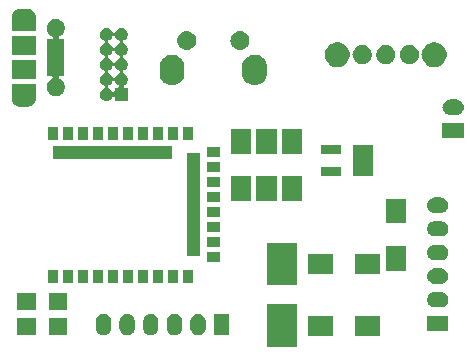
<source format=gbr>
G04 #@! TF.GenerationSoftware,KiCad,Pcbnew,5.0.2-bee76a0~70~ubuntu18.04.1*
G04 #@! TF.CreationDate,2019-04-29T21:23:14-04:00*
G04 #@! TF.ProjectId,E73 SCR,45373320-5343-4522-9e6b-696361645f70,rev?*
G04 #@! TF.SameCoordinates,Original*
G04 #@! TF.FileFunction,Soldermask,Top*
G04 #@! TF.FilePolarity,Negative*
%FSLAX46Y46*%
G04 Gerber Fmt 4.6, Leading zero omitted, Abs format (unit mm)*
G04 Created by KiCad (PCBNEW 5.0.2-bee76a0~70~ubuntu18.04.1) date Mon 29 Apr 2019 09:23:14 PM EDT*
%MOMM*%
%LPD*%
G01*
G04 APERTURE LIST*
%ADD10C,0.100000*%
G04 APERTURE END LIST*
D10*
G36*
X136551000Y-88901000D02*
X134049000Y-88901000D01*
X134049000Y-85299000D01*
X136551000Y-85299000D01*
X136551000Y-88901000D01*
X136551000Y-88901000D01*
G37*
G36*
X143601000Y-87951000D02*
X141499000Y-87951000D01*
X141499000Y-86249000D01*
X143601000Y-86249000D01*
X143601000Y-87951000D01*
X143601000Y-87951000D01*
G37*
G36*
X139601000Y-87951000D02*
X137499000Y-87951000D01*
X137499000Y-86249000D01*
X139601000Y-86249000D01*
X139601000Y-87951000D01*
X139601000Y-87951000D01*
G37*
G36*
X126327618Y-86108420D02*
X126409427Y-86133237D01*
X126450333Y-86145645D01*
X126550491Y-86199181D01*
X126563426Y-86206095D01*
X126662553Y-86287447D01*
X126743905Y-86386574D01*
X126743906Y-86386576D01*
X126804355Y-86499667D01*
X126804355Y-86499668D01*
X126841580Y-86622382D01*
X126851000Y-86718027D01*
X126851000Y-87281973D01*
X126841580Y-87377618D01*
X126816763Y-87459427D01*
X126804355Y-87500333D01*
X126750819Y-87600491D01*
X126743905Y-87613426D01*
X126662553Y-87712553D01*
X126563425Y-87793905D01*
X126510782Y-87822043D01*
X126450332Y-87854355D01*
X126409426Y-87866763D01*
X126327617Y-87891580D01*
X126200000Y-87904149D01*
X126072382Y-87891580D01*
X125990573Y-87866763D01*
X125949667Y-87854355D01*
X125836576Y-87793906D01*
X125836574Y-87793905D01*
X125737447Y-87712553D01*
X125656095Y-87613425D01*
X125595646Y-87500333D01*
X125595645Y-87500332D01*
X125583237Y-87459426D01*
X125558420Y-87377617D01*
X125549000Y-87281972D01*
X125549000Y-86718027D01*
X125558420Y-86622382D01*
X125595645Y-86499668D01*
X125595645Y-86499667D01*
X125656094Y-86386576D01*
X125656095Y-86386574D01*
X125737448Y-86287447D01*
X125836575Y-86206095D01*
X125849510Y-86199181D01*
X125949668Y-86145645D01*
X125990574Y-86133237D01*
X126072383Y-86108420D01*
X126200000Y-86095851D01*
X126327618Y-86108420D01*
X126327618Y-86108420D01*
G37*
G36*
X122327618Y-86108420D02*
X122409427Y-86133237D01*
X122450333Y-86145645D01*
X122550491Y-86199181D01*
X122563426Y-86206095D01*
X122662553Y-86287447D01*
X122743905Y-86386574D01*
X122743906Y-86386576D01*
X122804355Y-86499667D01*
X122804355Y-86499668D01*
X122841580Y-86622382D01*
X122851000Y-86718027D01*
X122851000Y-87281973D01*
X122841580Y-87377618D01*
X122816763Y-87459427D01*
X122804355Y-87500333D01*
X122750819Y-87600491D01*
X122743905Y-87613426D01*
X122662553Y-87712553D01*
X122563425Y-87793905D01*
X122510782Y-87822043D01*
X122450332Y-87854355D01*
X122409426Y-87866763D01*
X122327617Y-87891580D01*
X122200000Y-87904149D01*
X122072382Y-87891580D01*
X121990573Y-87866763D01*
X121949667Y-87854355D01*
X121836576Y-87793906D01*
X121836574Y-87793905D01*
X121737447Y-87712553D01*
X121656095Y-87613425D01*
X121595646Y-87500333D01*
X121595645Y-87500332D01*
X121583237Y-87459426D01*
X121558420Y-87377617D01*
X121549000Y-87281972D01*
X121549000Y-86718027D01*
X121558420Y-86622382D01*
X121595645Y-86499668D01*
X121595645Y-86499667D01*
X121656094Y-86386576D01*
X121656095Y-86386574D01*
X121737448Y-86287447D01*
X121836575Y-86206095D01*
X121849510Y-86199181D01*
X121949668Y-86145645D01*
X121990574Y-86133237D01*
X122072383Y-86108420D01*
X122200000Y-86095851D01*
X122327618Y-86108420D01*
X122327618Y-86108420D01*
G37*
G36*
X120327618Y-86108420D02*
X120409427Y-86133237D01*
X120450333Y-86145645D01*
X120550491Y-86199181D01*
X120563426Y-86206095D01*
X120662553Y-86287447D01*
X120743905Y-86386574D01*
X120743906Y-86386576D01*
X120804355Y-86499667D01*
X120804355Y-86499668D01*
X120841580Y-86622382D01*
X120851000Y-86718027D01*
X120851000Y-87281973D01*
X120841580Y-87377618D01*
X120816763Y-87459427D01*
X120804355Y-87500333D01*
X120750819Y-87600491D01*
X120743905Y-87613426D01*
X120662553Y-87712553D01*
X120563425Y-87793905D01*
X120510782Y-87822043D01*
X120450332Y-87854355D01*
X120409426Y-87866763D01*
X120327617Y-87891580D01*
X120200000Y-87904149D01*
X120072382Y-87891580D01*
X119990573Y-87866763D01*
X119949667Y-87854355D01*
X119836576Y-87793906D01*
X119836574Y-87793905D01*
X119737447Y-87712553D01*
X119656095Y-87613425D01*
X119595646Y-87500333D01*
X119595645Y-87500332D01*
X119583237Y-87459426D01*
X119558420Y-87377617D01*
X119549000Y-87281972D01*
X119549000Y-86718027D01*
X119558420Y-86622382D01*
X119595645Y-86499668D01*
X119595645Y-86499667D01*
X119656094Y-86386576D01*
X119656095Y-86386574D01*
X119737448Y-86287447D01*
X119836575Y-86206095D01*
X119849510Y-86199181D01*
X119949668Y-86145645D01*
X119990574Y-86133237D01*
X120072383Y-86108420D01*
X120200000Y-86095851D01*
X120327618Y-86108420D01*
X120327618Y-86108420D01*
G37*
G36*
X124327618Y-86108420D02*
X124409427Y-86133237D01*
X124450333Y-86145645D01*
X124550491Y-86199181D01*
X124563426Y-86206095D01*
X124662553Y-86287447D01*
X124743905Y-86386574D01*
X124743906Y-86386576D01*
X124804355Y-86499667D01*
X124804355Y-86499668D01*
X124841580Y-86622382D01*
X124851000Y-86718027D01*
X124851000Y-87281973D01*
X124841580Y-87377618D01*
X124816763Y-87459427D01*
X124804355Y-87500333D01*
X124750819Y-87600491D01*
X124743905Y-87613426D01*
X124662553Y-87712553D01*
X124563425Y-87793905D01*
X124510782Y-87822043D01*
X124450332Y-87854355D01*
X124409426Y-87866763D01*
X124327617Y-87891580D01*
X124200000Y-87904149D01*
X124072382Y-87891580D01*
X123990573Y-87866763D01*
X123949667Y-87854355D01*
X123836576Y-87793906D01*
X123836574Y-87793905D01*
X123737447Y-87712553D01*
X123656095Y-87613425D01*
X123595646Y-87500333D01*
X123595645Y-87500332D01*
X123583237Y-87459426D01*
X123558420Y-87377617D01*
X123549000Y-87281972D01*
X123549000Y-86718027D01*
X123558420Y-86622382D01*
X123595645Y-86499668D01*
X123595645Y-86499667D01*
X123656094Y-86386576D01*
X123656095Y-86386574D01*
X123737448Y-86287447D01*
X123836575Y-86206095D01*
X123849510Y-86199181D01*
X123949668Y-86145645D01*
X123990574Y-86133237D01*
X124072383Y-86108420D01*
X124200000Y-86095851D01*
X124327618Y-86108420D01*
X124327618Y-86108420D01*
G37*
G36*
X128327618Y-86108420D02*
X128409427Y-86133237D01*
X128450333Y-86145645D01*
X128550491Y-86199181D01*
X128563426Y-86206095D01*
X128662553Y-86287447D01*
X128743905Y-86386574D01*
X128743906Y-86386576D01*
X128804355Y-86499667D01*
X128804355Y-86499668D01*
X128841580Y-86622382D01*
X128851000Y-86718027D01*
X128851000Y-87281973D01*
X128841580Y-87377618D01*
X128816763Y-87459427D01*
X128804355Y-87500333D01*
X128750819Y-87600491D01*
X128743905Y-87613426D01*
X128662553Y-87712553D01*
X128563425Y-87793905D01*
X128510782Y-87822043D01*
X128450332Y-87854355D01*
X128409426Y-87866763D01*
X128327617Y-87891580D01*
X128200000Y-87904149D01*
X128072382Y-87891580D01*
X127990573Y-87866763D01*
X127949667Y-87854355D01*
X127836576Y-87793906D01*
X127836574Y-87793905D01*
X127737447Y-87712553D01*
X127656095Y-87613425D01*
X127595646Y-87500333D01*
X127595645Y-87500332D01*
X127583237Y-87459426D01*
X127558420Y-87377617D01*
X127549000Y-87281972D01*
X127549000Y-86718027D01*
X127558420Y-86622382D01*
X127595645Y-86499668D01*
X127595645Y-86499667D01*
X127656094Y-86386576D01*
X127656095Y-86386574D01*
X127737448Y-86287447D01*
X127836575Y-86206095D01*
X127849510Y-86199181D01*
X127949668Y-86145645D01*
X127990574Y-86133237D01*
X128072383Y-86108420D01*
X128200000Y-86095851D01*
X128327618Y-86108420D01*
X128327618Y-86108420D01*
G37*
G36*
X130851000Y-87901000D02*
X129549000Y-87901000D01*
X129549000Y-86099000D01*
X130851000Y-86099000D01*
X130851000Y-87901000D01*
X130851000Y-87901000D01*
G37*
G36*
X117151000Y-87851000D02*
X115549000Y-87851000D01*
X115549000Y-86449000D01*
X117151000Y-86449000D01*
X117151000Y-87851000D01*
X117151000Y-87851000D01*
G37*
G36*
X114451000Y-87851000D02*
X112849000Y-87851000D01*
X112849000Y-86449000D01*
X114451000Y-86449000D01*
X114451000Y-87851000D01*
X114451000Y-87851000D01*
G37*
G36*
X149401000Y-87551000D02*
X147599000Y-87551000D01*
X147599000Y-86249000D01*
X149401000Y-86249000D01*
X149401000Y-87551000D01*
X149401000Y-87551000D01*
G37*
G36*
X114451000Y-85751000D02*
X112849000Y-85751000D01*
X112849000Y-84349000D01*
X114451000Y-84349000D01*
X114451000Y-85751000D01*
X114451000Y-85751000D01*
G37*
G36*
X117151000Y-85751000D02*
X115549000Y-85751000D01*
X115549000Y-84349000D01*
X117151000Y-84349000D01*
X117151000Y-85751000D01*
X117151000Y-85751000D01*
G37*
G36*
X148813855Y-84252140D02*
X148877618Y-84258420D01*
X148959427Y-84283237D01*
X149000333Y-84295645D01*
X149100152Y-84349000D01*
X149113426Y-84356095D01*
X149212553Y-84437447D01*
X149293905Y-84536574D01*
X149293906Y-84536576D01*
X149354355Y-84649667D01*
X149354355Y-84649668D01*
X149391580Y-84772382D01*
X149404149Y-84900000D01*
X149391580Y-85027618D01*
X149366763Y-85109427D01*
X149354355Y-85150333D01*
X149300819Y-85250491D01*
X149293905Y-85263426D01*
X149212553Y-85362553D01*
X149113426Y-85443905D01*
X149113424Y-85443906D01*
X149000333Y-85504355D01*
X148959427Y-85516763D01*
X148877618Y-85541580D01*
X148813855Y-85547860D01*
X148781974Y-85551000D01*
X148218026Y-85551000D01*
X148186145Y-85547860D01*
X148122382Y-85541580D01*
X148040573Y-85516763D01*
X147999667Y-85504355D01*
X147886576Y-85443906D01*
X147886574Y-85443905D01*
X147787447Y-85362553D01*
X147706095Y-85263426D01*
X147699181Y-85250491D01*
X147645645Y-85150333D01*
X147633237Y-85109427D01*
X147608420Y-85027618D01*
X147595851Y-84900000D01*
X147608420Y-84772382D01*
X147645645Y-84649668D01*
X147645645Y-84649667D01*
X147706094Y-84536576D01*
X147706095Y-84536574D01*
X147787447Y-84437447D01*
X147886574Y-84356095D01*
X147899848Y-84349000D01*
X147999667Y-84295645D01*
X148040573Y-84283237D01*
X148122382Y-84258420D01*
X148186145Y-84252140D01*
X148218026Y-84249000D01*
X148781974Y-84249000D01*
X148813855Y-84252140D01*
X148813855Y-84252140D01*
G37*
G36*
X136551000Y-83701000D02*
X134049000Y-83701000D01*
X134049000Y-80099000D01*
X136551000Y-80099000D01*
X136551000Y-83701000D01*
X136551000Y-83701000D01*
G37*
G36*
X148813855Y-82252140D02*
X148877618Y-82258420D01*
X148959427Y-82283237D01*
X149000333Y-82295645D01*
X149100152Y-82349000D01*
X149113426Y-82356095D01*
X149212553Y-82437447D01*
X149293905Y-82536574D01*
X149293906Y-82536576D01*
X149354355Y-82649667D01*
X149354355Y-82649668D01*
X149391580Y-82772382D01*
X149404149Y-82900000D01*
X149391580Y-83027618D01*
X149366763Y-83109427D01*
X149354355Y-83150333D01*
X149300819Y-83250491D01*
X149293905Y-83263426D01*
X149212553Y-83362553D01*
X149113426Y-83443905D01*
X149113424Y-83443906D01*
X149000333Y-83504355D01*
X148959427Y-83516763D01*
X148877618Y-83541580D01*
X148813855Y-83547860D01*
X148781974Y-83551000D01*
X148218026Y-83551000D01*
X148186145Y-83547860D01*
X148122382Y-83541580D01*
X148040573Y-83516763D01*
X147999667Y-83504355D01*
X147886576Y-83443906D01*
X147886574Y-83443905D01*
X147787447Y-83362553D01*
X147706095Y-83263426D01*
X147699181Y-83250491D01*
X147645645Y-83150333D01*
X147633237Y-83109427D01*
X147608420Y-83027618D01*
X147595851Y-82900000D01*
X147608420Y-82772382D01*
X147645645Y-82649668D01*
X147645645Y-82649667D01*
X147706094Y-82536576D01*
X147706095Y-82536574D01*
X147787447Y-82437447D01*
X147886574Y-82356095D01*
X147899848Y-82349000D01*
X147999667Y-82295645D01*
X148040573Y-82283237D01*
X148122382Y-82258420D01*
X148186145Y-82252140D01*
X148218026Y-82249000D01*
X148781974Y-82249000D01*
X148813855Y-82252140D01*
X148813855Y-82252140D01*
G37*
G36*
X116326000Y-83451000D02*
X115474000Y-83451000D01*
X115474000Y-82349000D01*
X116326000Y-82349000D01*
X116326000Y-83451000D01*
X116326000Y-83451000D01*
G37*
G36*
X117626000Y-83451000D02*
X116774000Y-83451000D01*
X116774000Y-82349000D01*
X117626000Y-82349000D01*
X117626000Y-83451000D01*
X117626000Y-83451000D01*
G37*
G36*
X118876000Y-83451000D02*
X118024000Y-83451000D01*
X118024000Y-82349000D01*
X118876000Y-82349000D01*
X118876000Y-83451000D01*
X118876000Y-83451000D01*
G37*
G36*
X120176000Y-83451000D02*
X119324000Y-83451000D01*
X119324000Y-82349000D01*
X120176000Y-82349000D01*
X120176000Y-83451000D01*
X120176000Y-83451000D01*
G37*
G36*
X121426000Y-83451000D02*
X120574000Y-83451000D01*
X120574000Y-82349000D01*
X121426000Y-82349000D01*
X121426000Y-83451000D01*
X121426000Y-83451000D01*
G37*
G36*
X123976000Y-83451000D02*
X123124000Y-83451000D01*
X123124000Y-82349000D01*
X123976000Y-82349000D01*
X123976000Y-83451000D01*
X123976000Y-83451000D01*
G37*
G36*
X127776000Y-83451000D02*
X126924000Y-83451000D01*
X126924000Y-82349000D01*
X127776000Y-82349000D01*
X127776000Y-83451000D01*
X127776000Y-83451000D01*
G37*
G36*
X126526000Y-83451000D02*
X125674000Y-83451000D01*
X125674000Y-82349000D01*
X126526000Y-82349000D01*
X126526000Y-83451000D01*
X126526000Y-83451000D01*
G37*
G36*
X125226000Y-83451000D02*
X124374000Y-83451000D01*
X124374000Y-82349000D01*
X125226000Y-82349000D01*
X125226000Y-83451000D01*
X125226000Y-83451000D01*
G37*
G36*
X122676000Y-83451000D02*
X121824000Y-83451000D01*
X121824000Y-82349000D01*
X122676000Y-82349000D01*
X122676000Y-83451000D01*
X122676000Y-83451000D01*
G37*
G36*
X143601000Y-82751000D02*
X141499000Y-82751000D01*
X141499000Y-81049000D01*
X143601000Y-81049000D01*
X143601000Y-82751000D01*
X143601000Y-82751000D01*
G37*
G36*
X139601000Y-82751000D02*
X137499000Y-82751000D01*
X137499000Y-81049000D01*
X139601000Y-81049000D01*
X139601000Y-82751000D01*
X139601000Y-82751000D01*
G37*
G36*
X145851000Y-82451000D02*
X144149000Y-82451000D01*
X144149000Y-80349000D01*
X145851000Y-80349000D01*
X145851000Y-82451000D01*
X145851000Y-82451000D01*
G37*
G36*
X130051000Y-81726000D02*
X128949000Y-81726000D01*
X128949000Y-80874000D01*
X130051000Y-80874000D01*
X130051000Y-81726000D01*
X130051000Y-81726000D01*
G37*
G36*
X148813855Y-80252140D02*
X148877618Y-80258420D01*
X148959427Y-80283237D01*
X149000333Y-80295645D01*
X149100152Y-80349000D01*
X149113426Y-80356095D01*
X149212553Y-80437447D01*
X149293905Y-80536574D01*
X149293906Y-80536576D01*
X149354355Y-80649667D01*
X149354355Y-80649668D01*
X149391580Y-80772382D01*
X149404149Y-80900000D01*
X149391580Y-81027618D01*
X149366763Y-81109427D01*
X149354355Y-81150333D01*
X149300819Y-81250491D01*
X149293905Y-81263426D01*
X149212553Y-81362553D01*
X149113426Y-81443905D01*
X149113424Y-81443906D01*
X149000333Y-81504355D01*
X148959427Y-81516763D01*
X148877618Y-81541580D01*
X148813855Y-81547860D01*
X148781974Y-81551000D01*
X148218026Y-81551000D01*
X148186145Y-81547860D01*
X148122382Y-81541580D01*
X148040573Y-81516763D01*
X147999667Y-81504355D01*
X147886576Y-81443906D01*
X147886574Y-81443905D01*
X147787447Y-81362553D01*
X147706095Y-81263426D01*
X147699181Y-81250491D01*
X147645645Y-81150333D01*
X147633237Y-81109427D01*
X147608420Y-81027618D01*
X147595851Y-80900000D01*
X147608420Y-80772382D01*
X147645645Y-80649668D01*
X147645645Y-80649667D01*
X147706094Y-80536576D01*
X147706095Y-80536574D01*
X147787447Y-80437447D01*
X147886574Y-80356095D01*
X147899848Y-80349000D01*
X147999667Y-80295645D01*
X148040573Y-80283237D01*
X148122382Y-80258420D01*
X148186145Y-80252140D01*
X148218026Y-80249000D01*
X148781974Y-80249000D01*
X148813855Y-80252140D01*
X148813855Y-80252140D01*
G37*
G36*
X128401000Y-81201000D02*
X127299000Y-81201000D01*
X127299000Y-72499000D01*
X128401000Y-72499000D01*
X128401000Y-81201000D01*
X128401000Y-81201000D01*
G37*
G36*
X130051000Y-80426000D02*
X128949000Y-80426000D01*
X128949000Y-79574000D01*
X130051000Y-79574000D01*
X130051000Y-80426000D01*
X130051000Y-80426000D01*
G37*
G36*
X148813855Y-78252140D02*
X148877618Y-78258420D01*
X148959427Y-78283237D01*
X149000333Y-78295645D01*
X149100491Y-78349181D01*
X149113426Y-78356095D01*
X149212553Y-78437447D01*
X149293905Y-78536574D01*
X149293906Y-78536576D01*
X149354355Y-78649667D01*
X149354355Y-78649668D01*
X149391580Y-78772382D01*
X149404149Y-78900000D01*
X149391580Y-79027618D01*
X149366763Y-79109427D01*
X149354355Y-79150333D01*
X149300819Y-79250491D01*
X149293905Y-79263426D01*
X149212553Y-79362553D01*
X149113426Y-79443905D01*
X149113424Y-79443906D01*
X149000333Y-79504355D01*
X148959427Y-79516763D01*
X148877618Y-79541580D01*
X148813855Y-79547860D01*
X148781974Y-79551000D01*
X148218026Y-79551000D01*
X148186145Y-79547860D01*
X148122382Y-79541580D01*
X148040573Y-79516763D01*
X147999667Y-79504355D01*
X147886576Y-79443906D01*
X147886574Y-79443905D01*
X147787447Y-79362553D01*
X147706095Y-79263426D01*
X147699181Y-79250491D01*
X147645645Y-79150333D01*
X147633237Y-79109427D01*
X147608420Y-79027618D01*
X147595851Y-78900000D01*
X147608420Y-78772382D01*
X147645645Y-78649668D01*
X147645645Y-78649667D01*
X147706094Y-78536576D01*
X147706095Y-78536574D01*
X147787447Y-78437447D01*
X147886574Y-78356095D01*
X147899509Y-78349181D01*
X147999667Y-78295645D01*
X148040573Y-78283237D01*
X148122382Y-78258420D01*
X148186145Y-78252140D01*
X148218026Y-78249000D01*
X148781974Y-78249000D01*
X148813855Y-78252140D01*
X148813855Y-78252140D01*
G37*
G36*
X130051000Y-79176000D02*
X128949000Y-79176000D01*
X128949000Y-78324000D01*
X130051000Y-78324000D01*
X130051000Y-79176000D01*
X130051000Y-79176000D01*
G37*
G36*
X145851000Y-78451000D02*
X144149000Y-78451000D01*
X144149000Y-76349000D01*
X145851000Y-76349000D01*
X145851000Y-78451000D01*
X145851000Y-78451000D01*
G37*
G36*
X130051000Y-77926000D02*
X128949000Y-77926000D01*
X128949000Y-77074000D01*
X130051000Y-77074000D01*
X130051000Y-77926000D01*
X130051000Y-77926000D01*
G37*
G36*
X148813855Y-76252140D02*
X148877618Y-76258420D01*
X148959427Y-76283237D01*
X149000333Y-76295645D01*
X149100152Y-76349000D01*
X149113426Y-76356095D01*
X149212553Y-76437447D01*
X149293905Y-76536574D01*
X149293906Y-76536576D01*
X149354355Y-76649667D01*
X149354355Y-76649668D01*
X149391580Y-76772382D01*
X149404149Y-76900000D01*
X149391580Y-77027618D01*
X149377510Y-77074000D01*
X149354355Y-77150333D01*
X149300819Y-77250491D01*
X149293905Y-77263426D01*
X149212553Y-77362553D01*
X149113426Y-77443905D01*
X149113424Y-77443906D01*
X149000333Y-77504355D01*
X148959427Y-77516763D01*
X148877618Y-77541580D01*
X148813855Y-77547860D01*
X148781974Y-77551000D01*
X148218026Y-77551000D01*
X148186145Y-77547860D01*
X148122382Y-77541580D01*
X148040573Y-77516763D01*
X147999667Y-77504355D01*
X147886576Y-77443906D01*
X147886574Y-77443905D01*
X147787447Y-77362553D01*
X147706095Y-77263426D01*
X147699181Y-77250491D01*
X147645645Y-77150333D01*
X147622490Y-77074000D01*
X147608420Y-77027618D01*
X147595851Y-76900000D01*
X147608420Y-76772382D01*
X147645645Y-76649668D01*
X147645645Y-76649667D01*
X147706094Y-76536576D01*
X147706095Y-76536574D01*
X147787447Y-76437447D01*
X147886574Y-76356095D01*
X147899848Y-76349000D01*
X147999667Y-76295645D01*
X148040573Y-76283237D01*
X148122382Y-76258420D01*
X148186145Y-76252140D01*
X148218026Y-76249000D01*
X148781974Y-76249000D01*
X148813855Y-76252140D01*
X148813855Y-76252140D01*
G37*
G36*
X130051000Y-76626000D02*
X128949000Y-76626000D01*
X128949000Y-75774000D01*
X130051000Y-75774000D01*
X130051000Y-76626000D01*
X130051000Y-76626000D01*
G37*
G36*
X134851000Y-76551000D02*
X133149000Y-76551000D01*
X133149000Y-74449000D01*
X134851000Y-74449000D01*
X134851000Y-76551000D01*
X134851000Y-76551000D01*
G37*
G36*
X132701000Y-76551000D02*
X130999000Y-76551000D01*
X130999000Y-74449000D01*
X132701000Y-74449000D01*
X132701000Y-76551000D01*
X132701000Y-76551000D01*
G37*
G36*
X137001000Y-76551000D02*
X135299000Y-76551000D01*
X135299000Y-74449000D01*
X137001000Y-74449000D01*
X137001000Y-76551000D01*
X137001000Y-76551000D01*
G37*
G36*
X130051000Y-75376000D02*
X128949000Y-75376000D01*
X128949000Y-74524000D01*
X130051000Y-74524000D01*
X130051000Y-75376000D01*
X130051000Y-75376000D01*
G37*
G36*
X140281000Y-74426000D02*
X138619000Y-74426000D01*
X138619000Y-73674000D01*
X140281000Y-73674000D01*
X140281000Y-74426000D01*
X140281000Y-74426000D01*
G37*
G36*
X142981000Y-74426000D02*
X141319000Y-74426000D01*
X141319000Y-71774000D01*
X142981000Y-71774000D01*
X142981000Y-74426000D01*
X142981000Y-74426000D01*
G37*
G36*
X130051000Y-74126000D02*
X128949000Y-74126000D01*
X128949000Y-73274000D01*
X130051000Y-73274000D01*
X130051000Y-74126000D01*
X130051000Y-74126000D01*
G37*
G36*
X126001000Y-73001000D02*
X115949000Y-73001000D01*
X115949000Y-71899000D01*
X126001000Y-71899000D01*
X126001000Y-73001000D01*
X126001000Y-73001000D01*
G37*
G36*
X130051000Y-72826000D02*
X128949000Y-72826000D01*
X128949000Y-71974000D01*
X130051000Y-71974000D01*
X130051000Y-72826000D01*
X130051000Y-72826000D01*
G37*
G36*
X137001000Y-72551000D02*
X135299000Y-72551000D01*
X135299000Y-70449000D01*
X137001000Y-70449000D01*
X137001000Y-72551000D01*
X137001000Y-72551000D01*
G37*
G36*
X134851000Y-72551000D02*
X133149000Y-72551000D01*
X133149000Y-70449000D01*
X134851000Y-70449000D01*
X134851000Y-72551000D01*
X134851000Y-72551000D01*
G37*
G36*
X132701000Y-72551000D02*
X130999000Y-72551000D01*
X130999000Y-70449000D01*
X132701000Y-70449000D01*
X132701000Y-72551000D01*
X132701000Y-72551000D01*
G37*
G36*
X140281000Y-72526000D02*
X138619000Y-72526000D01*
X138619000Y-71774000D01*
X140281000Y-71774000D01*
X140281000Y-72526000D01*
X140281000Y-72526000D01*
G37*
G36*
X120176000Y-71351000D02*
X119324000Y-71351000D01*
X119324000Y-70249000D01*
X120176000Y-70249000D01*
X120176000Y-71351000D01*
X120176000Y-71351000D01*
G37*
G36*
X117626000Y-71351000D02*
X116774000Y-71351000D01*
X116774000Y-70249000D01*
X117626000Y-70249000D01*
X117626000Y-71351000D01*
X117626000Y-71351000D01*
G37*
G36*
X116326000Y-71351000D02*
X115474000Y-71351000D01*
X115474000Y-70249000D01*
X116326000Y-70249000D01*
X116326000Y-71351000D01*
X116326000Y-71351000D01*
G37*
G36*
X127776000Y-71351000D02*
X126924000Y-71351000D01*
X126924000Y-70249000D01*
X127776000Y-70249000D01*
X127776000Y-71351000D01*
X127776000Y-71351000D01*
G37*
G36*
X126526000Y-71351000D02*
X125674000Y-71351000D01*
X125674000Y-70249000D01*
X126526000Y-70249000D01*
X126526000Y-71351000D01*
X126526000Y-71351000D01*
G37*
G36*
X125226000Y-71351000D02*
X124374000Y-71351000D01*
X124374000Y-70249000D01*
X125226000Y-70249000D01*
X125226000Y-71351000D01*
X125226000Y-71351000D01*
G37*
G36*
X123976000Y-71351000D02*
X123124000Y-71351000D01*
X123124000Y-70249000D01*
X123976000Y-70249000D01*
X123976000Y-71351000D01*
X123976000Y-71351000D01*
G37*
G36*
X118876000Y-71351000D02*
X118024000Y-71351000D01*
X118024000Y-70249000D01*
X118876000Y-70249000D01*
X118876000Y-71351000D01*
X118876000Y-71351000D01*
G37*
G36*
X122676000Y-71351000D02*
X121824000Y-71351000D01*
X121824000Y-70249000D01*
X122676000Y-70249000D01*
X122676000Y-71351000D01*
X122676000Y-71351000D01*
G37*
G36*
X121426000Y-71351000D02*
X120574000Y-71351000D01*
X120574000Y-70249000D01*
X121426000Y-70249000D01*
X121426000Y-71351000D01*
X121426000Y-71351000D01*
G37*
G36*
X150701000Y-71251000D02*
X148899000Y-71251000D01*
X148899000Y-69949000D01*
X150701000Y-69949000D01*
X150701000Y-71251000D01*
X150701000Y-71251000D01*
G37*
G36*
X150102280Y-67951000D02*
X150177618Y-67958420D01*
X150259427Y-67983237D01*
X150300333Y-67995645D01*
X150400491Y-68049181D01*
X150413426Y-68056095D01*
X150512553Y-68137447D01*
X150593905Y-68236574D01*
X150593906Y-68236576D01*
X150654355Y-68349667D01*
X150654355Y-68349668D01*
X150691580Y-68472382D01*
X150704149Y-68600000D01*
X150691580Y-68727618D01*
X150666763Y-68809427D01*
X150654355Y-68850333D01*
X150600819Y-68950491D01*
X150593905Y-68963426D01*
X150512553Y-69062553D01*
X150413426Y-69143905D01*
X150413424Y-69143906D01*
X150300333Y-69204355D01*
X150259427Y-69216763D01*
X150177618Y-69241580D01*
X150113855Y-69247860D01*
X150081974Y-69251000D01*
X149518026Y-69251000D01*
X149486145Y-69247860D01*
X149422382Y-69241580D01*
X149340573Y-69216763D01*
X149299667Y-69204355D01*
X149186576Y-69143906D01*
X149186574Y-69143905D01*
X149087447Y-69062553D01*
X149006095Y-68963426D01*
X148999181Y-68950491D01*
X148945645Y-68850333D01*
X148933237Y-68809427D01*
X148908420Y-68727618D01*
X148895851Y-68600000D01*
X148908420Y-68472382D01*
X148945645Y-68349668D01*
X148945645Y-68349667D01*
X149006094Y-68236576D01*
X149006095Y-68236574D01*
X149087447Y-68137447D01*
X149186574Y-68056095D01*
X149199509Y-68049181D01*
X149299667Y-67995645D01*
X149340573Y-67983237D01*
X149422382Y-67958420D01*
X149497720Y-67951000D01*
X149518026Y-67949000D01*
X150081974Y-67949000D01*
X150102280Y-67951000D01*
X150102280Y-67951000D01*
G37*
G36*
X114451000Y-67861886D02*
X114451602Y-67874138D01*
X114454149Y-67900000D01*
X114451602Y-67925862D01*
X114451000Y-67938114D01*
X114451000Y-68011407D01*
X114442043Y-68028165D01*
X114437913Y-68039708D01*
X114418749Y-68102882D01*
X114404355Y-68150333D01*
X114358258Y-68236574D01*
X114343905Y-68263426D01*
X114262553Y-68362553D01*
X114163426Y-68443905D01*
X114163424Y-68443906D01*
X114050333Y-68504355D01*
X114009427Y-68516763D01*
X113927618Y-68541580D01*
X113863855Y-68547860D01*
X113831974Y-68551000D01*
X113068026Y-68551000D01*
X113036145Y-68547860D01*
X112972382Y-68541580D01*
X112890573Y-68516763D01*
X112849667Y-68504355D01*
X112736576Y-68443906D01*
X112736574Y-68443905D01*
X112637447Y-68362553D01*
X112556095Y-68263426D01*
X112541742Y-68236574D01*
X112495645Y-68150333D01*
X112481251Y-68102882D01*
X112462088Y-68039711D01*
X112452712Y-68017076D01*
X112449000Y-68011520D01*
X112449000Y-67938114D01*
X112448398Y-67925862D01*
X112445851Y-67900000D01*
X112448398Y-67874138D01*
X112449000Y-67861886D01*
X112449000Y-66649000D01*
X114451000Y-66649000D01*
X114451000Y-67861886D01*
X114451000Y-67861886D01*
G37*
G36*
X120538015Y-61876973D02*
X120641879Y-61908479D01*
X120737600Y-61959644D01*
X120821501Y-62028499D01*
X120890356Y-62112400D01*
X120941521Y-62208121D01*
X120945383Y-62220854D01*
X120954760Y-62243493D01*
X120968374Y-62263867D01*
X120985701Y-62281194D01*
X121006076Y-62294808D01*
X121028715Y-62304186D01*
X121052748Y-62308966D01*
X121077252Y-62308966D01*
X121101286Y-62304185D01*
X121123925Y-62294808D01*
X121144299Y-62281194D01*
X121161626Y-62263867D01*
X121175240Y-62243492D01*
X121184617Y-62220854D01*
X121188479Y-62208121D01*
X121239644Y-62112400D01*
X121308499Y-62028499D01*
X121392400Y-61959644D01*
X121488121Y-61908479D01*
X121591985Y-61876973D01*
X121672933Y-61869000D01*
X121727067Y-61869000D01*
X121808015Y-61876973D01*
X121911879Y-61908479D01*
X122007600Y-61959644D01*
X122091501Y-62028499D01*
X122160356Y-62112400D01*
X122211521Y-62208121D01*
X122243027Y-62311985D01*
X122253666Y-62420000D01*
X122243027Y-62528015D01*
X122211521Y-62631879D01*
X122160356Y-62727600D01*
X122091501Y-62811501D01*
X122007600Y-62880356D01*
X121911879Y-62931521D01*
X121899142Y-62935385D01*
X121876507Y-62944760D01*
X121856133Y-62958374D01*
X121838806Y-62975701D01*
X121825192Y-62996076D01*
X121815814Y-63018715D01*
X121811034Y-63042748D01*
X121811034Y-63067252D01*
X121815815Y-63091286D01*
X121825192Y-63113925D01*
X121838806Y-63134299D01*
X121856133Y-63151626D01*
X121876508Y-63165240D01*
X121899142Y-63174615D01*
X121911879Y-63178479D01*
X122007600Y-63229644D01*
X122091501Y-63298499D01*
X122160356Y-63382400D01*
X122211521Y-63478121D01*
X122243027Y-63581985D01*
X122253666Y-63690000D01*
X122243027Y-63798015D01*
X122211521Y-63901879D01*
X122160356Y-63997600D01*
X122091501Y-64081501D01*
X122007600Y-64150356D01*
X121911879Y-64201521D01*
X121899142Y-64205385D01*
X121876507Y-64214760D01*
X121856133Y-64228374D01*
X121838806Y-64245701D01*
X121825192Y-64266076D01*
X121815814Y-64288715D01*
X121811034Y-64312748D01*
X121811034Y-64337252D01*
X121815815Y-64361286D01*
X121825192Y-64383925D01*
X121838806Y-64404299D01*
X121856133Y-64421626D01*
X121876508Y-64435240D01*
X121899142Y-64444615D01*
X121911879Y-64448479D01*
X122007600Y-64499644D01*
X122091501Y-64568499D01*
X122160356Y-64652400D01*
X122211521Y-64748121D01*
X122243027Y-64851985D01*
X122253666Y-64960000D01*
X122243027Y-65068015D01*
X122211521Y-65171879D01*
X122160356Y-65267600D01*
X122091501Y-65351501D01*
X122007600Y-65420356D01*
X121911879Y-65471521D01*
X121899142Y-65475385D01*
X121876507Y-65484760D01*
X121856133Y-65498374D01*
X121838806Y-65515701D01*
X121825192Y-65536076D01*
X121815814Y-65558715D01*
X121811034Y-65582748D01*
X121811034Y-65607252D01*
X121815815Y-65631286D01*
X121825192Y-65653925D01*
X121838806Y-65674299D01*
X121856133Y-65691626D01*
X121876508Y-65705240D01*
X121899142Y-65714615D01*
X121911879Y-65718479D01*
X122007600Y-65769644D01*
X122091501Y-65838499D01*
X122160356Y-65922400D01*
X122211521Y-66018121D01*
X122243027Y-66121985D01*
X122253666Y-66230000D01*
X122243027Y-66338015D01*
X122211521Y-66441879D01*
X122160356Y-66537600D01*
X122091501Y-66621501D01*
X122007600Y-66690356D01*
X121963805Y-66713766D01*
X121943439Y-66727374D01*
X121926111Y-66744701D01*
X121912498Y-66765076D01*
X121903120Y-66787715D01*
X121898340Y-66811748D01*
X121898340Y-66836252D01*
X121903121Y-66860286D01*
X121912498Y-66882925D01*
X121926112Y-66903299D01*
X121943439Y-66920627D01*
X121963814Y-66934240D01*
X121986453Y-66943618D01*
X122022738Y-66949000D01*
X122251000Y-66949000D01*
X122251000Y-68051000D01*
X121149000Y-68051000D01*
X121149000Y-67822738D01*
X121146598Y-67798352D01*
X121139485Y-67774903D01*
X121127934Y-67753292D01*
X121112388Y-67734350D01*
X121093446Y-67718804D01*
X121071835Y-67707253D01*
X121048386Y-67700140D01*
X121024000Y-67697738D01*
X120999614Y-67700140D01*
X120976165Y-67707253D01*
X120954554Y-67718804D01*
X120935612Y-67734350D01*
X120913764Y-67763808D01*
X120890356Y-67807600D01*
X120821501Y-67891501D01*
X120737600Y-67960356D01*
X120641879Y-68011521D01*
X120538015Y-68043027D01*
X120457067Y-68051000D01*
X120402933Y-68051000D01*
X120321985Y-68043027D01*
X120218121Y-68011521D01*
X120122400Y-67960356D01*
X120038499Y-67891501D01*
X119969644Y-67807600D01*
X119918479Y-67711879D01*
X119886973Y-67608015D01*
X119876334Y-67500000D01*
X119886973Y-67391985D01*
X119918479Y-67288121D01*
X119969644Y-67192400D01*
X120038499Y-67108499D01*
X120122400Y-67039644D01*
X120218121Y-66988479D01*
X120230858Y-66984615D01*
X120253493Y-66975240D01*
X120273867Y-66961626D01*
X120291194Y-66944299D01*
X120304808Y-66923924D01*
X120314186Y-66901285D01*
X120318966Y-66877252D01*
X120318966Y-66852748D01*
X120541034Y-66852748D01*
X120541034Y-66877252D01*
X120545815Y-66901286D01*
X120555192Y-66923925D01*
X120568806Y-66944299D01*
X120586133Y-66961626D01*
X120606508Y-66975240D01*
X120629142Y-66984615D01*
X120641879Y-66988479D01*
X120737600Y-67039644D01*
X120821501Y-67108499D01*
X120890356Y-67192400D01*
X120913766Y-67236195D01*
X120927374Y-67256561D01*
X120944701Y-67273889D01*
X120965076Y-67287502D01*
X120987715Y-67296880D01*
X121011748Y-67301660D01*
X121036252Y-67301660D01*
X121060286Y-67296879D01*
X121082925Y-67287502D01*
X121103299Y-67273888D01*
X121120627Y-67256561D01*
X121134240Y-67236186D01*
X121143618Y-67213547D01*
X121149000Y-67177262D01*
X121149000Y-66949000D01*
X121377262Y-66949000D01*
X121401648Y-66946598D01*
X121425097Y-66939485D01*
X121446708Y-66927934D01*
X121465650Y-66912388D01*
X121481196Y-66893446D01*
X121492747Y-66871835D01*
X121499860Y-66848386D01*
X121502262Y-66824000D01*
X121499860Y-66799614D01*
X121492747Y-66776165D01*
X121481196Y-66754554D01*
X121465650Y-66735612D01*
X121436192Y-66713764D01*
X121392400Y-66690356D01*
X121308499Y-66621501D01*
X121239644Y-66537600D01*
X121188479Y-66441879D01*
X121184615Y-66429142D01*
X121175240Y-66406507D01*
X121161626Y-66386133D01*
X121144299Y-66368806D01*
X121123924Y-66355192D01*
X121101285Y-66345814D01*
X121077252Y-66341034D01*
X121052748Y-66341034D01*
X121028714Y-66345815D01*
X121006075Y-66355192D01*
X120985701Y-66368806D01*
X120968374Y-66386133D01*
X120954760Y-66406508D01*
X120945385Y-66429142D01*
X120941521Y-66441879D01*
X120890356Y-66537600D01*
X120821501Y-66621501D01*
X120737600Y-66690356D01*
X120641879Y-66741521D01*
X120629142Y-66745385D01*
X120606507Y-66754760D01*
X120586133Y-66768374D01*
X120568806Y-66785701D01*
X120555192Y-66806076D01*
X120545814Y-66828715D01*
X120541034Y-66852748D01*
X120318966Y-66852748D01*
X120314185Y-66828714D01*
X120304808Y-66806075D01*
X120291194Y-66785701D01*
X120273867Y-66768374D01*
X120253492Y-66754760D01*
X120230858Y-66745385D01*
X120218121Y-66741521D01*
X120122400Y-66690356D01*
X120038499Y-66621501D01*
X119969644Y-66537600D01*
X119918479Y-66441879D01*
X119886973Y-66338015D01*
X119876334Y-66230000D01*
X119886973Y-66121985D01*
X119918479Y-66018121D01*
X119969644Y-65922400D01*
X120038499Y-65838499D01*
X120122400Y-65769644D01*
X120218121Y-65718479D01*
X120230858Y-65714615D01*
X120253493Y-65705240D01*
X120273867Y-65691626D01*
X120291194Y-65674299D01*
X120304808Y-65653924D01*
X120314186Y-65631285D01*
X120318966Y-65607252D01*
X120318966Y-65582748D01*
X120541034Y-65582748D01*
X120541034Y-65607252D01*
X120545815Y-65631286D01*
X120555192Y-65653925D01*
X120568806Y-65674299D01*
X120586133Y-65691626D01*
X120606508Y-65705240D01*
X120629142Y-65714615D01*
X120641879Y-65718479D01*
X120737600Y-65769644D01*
X120821501Y-65838499D01*
X120890356Y-65922400D01*
X120941521Y-66018121D01*
X120945383Y-66030854D01*
X120954760Y-66053493D01*
X120968374Y-66073867D01*
X120985701Y-66091194D01*
X121006076Y-66104808D01*
X121028715Y-66114186D01*
X121052748Y-66118966D01*
X121077252Y-66118966D01*
X121101286Y-66114185D01*
X121123925Y-66104808D01*
X121144299Y-66091194D01*
X121161626Y-66073867D01*
X121175240Y-66053492D01*
X121184617Y-66030854D01*
X121188479Y-66018121D01*
X121239644Y-65922400D01*
X121308499Y-65838499D01*
X121392400Y-65769644D01*
X121488121Y-65718479D01*
X121500858Y-65714615D01*
X121523493Y-65705240D01*
X121543867Y-65691626D01*
X121561194Y-65674299D01*
X121574808Y-65653924D01*
X121584186Y-65631285D01*
X121588966Y-65607252D01*
X121588966Y-65582748D01*
X121584185Y-65558714D01*
X121574808Y-65536075D01*
X121561194Y-65515701D01*
X121543867Y-65498374D01*
X121523492Y-65484760D01*
X121500858Y-65475385D01*
X121488121Y-65471521D01*
X121392400Y-65420356D01*
X121308499Y-65351501D01*
X121239644Y-65267600D01*
X121188479Y-65171879D01*
X121184615Y-65159142D01*
X121175240Y-65136507D01*
X121161626Y-65116133D01*
X121144299Y-65098806D01*
X121123924Y-65085192D01*
X121101285Y-65075814D01*
X121077252Y-65071034D01*
X121052748Y-65071034D01*
X121028714Y-65075815D01*
X121006075Y-65085192D01*
X120985701Y-65098806D01*
X120968374Y-65116133D01*
X120954760Y-65136508D01*
X120945385Y-65159142D01*
X120941521Y-65171879D01*
X120890356Y-65267600D01*
X120821501Y-65351501D01*
X120737600Y-65420356D01*
X120641879Y-65471521D01*
X120629142Y-65475385D01*
X120606507Y-65484760D01*
X120586133Y-65498374D01*
X120568806Y-65515701D01*
X120555192Y-65536076D01*
X120545814Y-65558715D01*
X120541034Y-65582748D01*
X120318966Y-65582748D01*
X120314185Y-65558714D01*
X120304808Y-65536075D01*
X120291194Y-65515701D01*
X120273867Y-65498374D01*
X120253492Y-65484760D01*
X120230858Y-65475385D01*
X120218121Y-65471521D01*
X120122400Y-65420356D01*
X120038499Y-65351501D01*
X119969644Y-65267600D01*
X119918479Y-65171879D01*
X119886973Y-65068015D01*
X119876334Y-64960000D01*
X119886973Y-64851985D01*
X119918479Y-64748121D01*
X119969644Y-64652400D01*
X120038499Y-64568499D01*
X120122400Y-64499644D01*
X120218121Y-64448479D01*
X120230858Y-64444615D01*
X120253493Y-64435240D01*
X120273867Y-64421626D01*
X120291194Y-64404299D01*
X120304808Y-64383924D01*
X120314186Y-64361285D01*
X120318966Y-64337252D01*
X120318966Y-64312748D01*
X120541034Y-64312748D01*
X120541034Y-64337252D01*
X120545815Y-64361286D01*
X120555192Y-64383925D01*
X120568806Y-64404299D01*
X120586133Y-64421626D01*
X120606508Y-64435240D01*
X120629142Y-64444615D01*
X120641879Y-64448479D01*
X120737600Y-64499644D01*
X120821501Y-64568499D01*
X120890356Y-64652400D01*
X120941521Y-64748121D01*
X120945383Y-64760854D01*
X120954760Y-64783493D01*
X120968374Y-64803867D01*
X120985701Y-64821194D01*
X121006076Y-64834808D01*
X121028715Y-64844186D01*
X121052748Y-64848966D01*
X121077252Y-64848966D01*
X121101286Y-64844185D01*
X121123925Y-64834808D01*
X121144299Y-64821194D01*
X121161626Y-64803867D01*
X121175240Y-64783492D01*
X121184617Y-64760854D01*
X121188479Y-64748121D01*
X121239644Y-64652400D01*
X121308499Y-64568499D01*
X121392400Y-64499644D01*
X121488121Y-64448479D01*
X121500858Y-64444615D01*
X121523493Y-64435240D01*
X121543867Y-64421626D01*
X121561194Y-64404299D01*
X121574808Y-64383924D01*
X121584186Y-64361285D01*
X121588966Y-64337252D01*
X121588966Y-64312748D01*
X121584185Y-64288714D01*
X121574808Y-64266075D01*
X121561194Y-64245701D01*
X121543867Y-64228374D01*
X121523492Y-64214760D01*
X121500858Y-64205385D01*
X121488121Y-64201521D01*
X121392400Y-64150356D01*
X121308499Y-64081501D01*
X121239644Y-63997600D01*
X121188479Y-63901879D01*
X121184615Y-63889142D01*
X121175240Y-63866507D01*
X121161626Y-63846133D01*
X121144299Y-63828806D01*
X121123924Y-63815192D01*
X121101285Y-63805814D01*
X121077252Y-63801034D01*
X121052748Y-63801034D01*
X121028714Y-63805815D01*
X121006075Y-63815192D01*
X120985701Y-63828806D01*
X120968374Y-63846133D01*
X120954760Y-63866508D01*
X120945385Y-63889142D01*
X120941521Y-63901879D01*
X120890356Y-63997600D01*
X120821501Y-64081501D01*
X120737600Y-64150356D01*
X120641879Y-64201521D01*
X120629142Y-64205385D01*
X120606507Y-64214760D01*
X120586133Y-64228374D01*
X120568806Y-64245701D01*
X120555192Y-64266076D01*
X120545814Y-64288715D01*
X120541034Y-64312748D01*
X120318966Y-64312748D01*
X120314185Y-64288714D01*
X120304808Y-64266075D01*
X120291194Y-64245701D01*
X120273867Y-64228374D01*
X120253492Y-64214760D01*
X120230858Y-64205385D01*
X120218121Y-64201521D01*
X120122400Y-64150356D01*
X120038499Y-64081501D01*
X119969644Y-63997600D01*
X119918479Y-63901879D01*
X119886973Y-63798015D01*
X119876334Y-63690000D01*
X119886973Y-63581985D01*
X119918479Y-63478121D01*
X119969644Y-63382400D01*
X120038499Y-63298499D01*
X120122400Y-63229644D01*
X120218121Y-63178479D01*
X120230858Y-63174615D01*
X120253493Y-63165240D01*
X120273867Y-63151626D01*
X120291194Y-63134299D01*
X120304808Y-63113924D01*
X120314186Y-63091285D01*
X120318966Y-63067252D01*
X120318966Y-63042748D01*
X120541034Y-63042748D01*
X120541034Y-63067252D01*
X120545815Y-63091286D01*
X120555192Y-63113925D01*
X120568806Y-63134299D01*
X120586133Y-63151626D01*
X120606508Y-63165240D01*
X120629142Y-63174615D01*
X120641879Y-63178479D01*
X120737600Y-63229644D01*
X120821501Y-63298499D01*
X120890356Y-63382400D01*
X120941521Y-63478121D01*
X120945383Y-63490854D01*
X120954760Y-63513493D01*
X120968374Y-63533867D01*
X120985701Y-63551194D01*
X121006076Y-63564808D01*
X121028715Y-63574186D01*
X121052748Y-63578966D01*
X121077252Y-63578966D01*
X121101286Y-63574185D01*
X121123925Y-63564808D01*
X121144299Y-63551194D01*
X121161626Y-63533867D01*
X121175240Y-63513492D01*
X121184617Y-63490854D01*
X121188479Y-63478121D01*
X121239644Y-63382400D01*
X121308499Y-63298499D01*
X121392400Y-63229644D01*
X121488121Y-63178479D01*
X121500858Y-63174615D01*
X121523493Y-63165240D01*
X121543867Y-63151626D01*
X121561194Y-63134299D01*
X121574808Y-63113924D01*
X121584186Y-63091285D01*
X121588966Y-63067252D01*
X121588966Y-63042748D01*
X121584185Y-63018714D01*
X121574808Y-62996075D01*
X121561194Y-62975701D01*
X121543867Y-62958374D01*
X121523492Y-62944760D01*
X121500858Y-62935385D01*
X121488121Y-62931521D01*
X121392400Y-62880356D01*
X121308499Y-62811501D01*
X121239644Y-62727600D01*
X121188479Y-62631879D01*
X121184615Y-62619142D01*
X121175240Y-62596507D01*
X121161626Y-62576133D01*
X121144299Y-62558806D01*
X121123924Y-62545192D01*
X121101285Y-62535814D01*
X121077252Y-62531034D01*
X121052748Y-62531034D01*
X121028714Y-62535815D01*
X121006075Y-62545192D01*
X120985701Y-62558806D01*
X120968374Y-62576133D01*
X120954760Y-62596508D01*
X120945385Y-62619142D01*
X120941521Y-62631879D01*
X120890356Y-62727600D01*
X120821501Y-62811501D01*
X120737600Y-62880356D01*
X120641879Y-62931521D01*
X120629142Y-62935385D01*
X120606507Y-62944760D01*
X120586133Y-62958374D01*
X120568806Y-62975701D01*
X120555192Y-62996076D01*
X120545814Y-63018715D01*
X120541034Y-63042748D01*
X120318966Y-63042748D01*
X120314185Y-63018714D01*
X120304808Y-62996075D01*
X120291194Y-62975701D01*
X120273867Y-62958374D01*
X120253492Y-62944760D01*
X120230858Y-62935385D01*
X120218121Y-62931521D01*
X120122400Y-62880356D01*
X120038499Y-62811501D01*
X119969644Y-62727600D01*
X119918479Y-62631879D01*
X119886973Y-62528015D01*
X119876334Y-62420000D01*
X119886973Y-62311985D01*
X119918479Y-62208121D01*
X119969644Y-62112400D01*
X120038499Y-62028499D01*
X120122400Y-61959644D01*
X120218121Y-61908479D01*
X120321985Y-61876973D01*
X120402933Y-61869000D01*
X120457067Y-61869000D01*
X120538015Y-61876973D01*
X120538015Y-61876973D01*
G37*
G36*
X116376349Y-61153820D02*
X116376352Y-61153821D01*
X116376351Y-61153821D01*
X116517574Y-61212317D01*
X116642956Y-61296095D01*
X116644674Y-61297243D01*
X116752757Y-61405326D01*
X116752759Y-61405329D01*
X116837683Y-61532426D01*
X116882927Y-61641657D01*
X116896180Y-61673651D01*
X116926000Y-61823569D01*
X116926000Y-61976431D01*
X116896180Y-62126349D01*
X116896179Y-62126351D01*
X116837683Y-62267574D01*
X116808008Y-62311985D01*
X116752757Y-62394674D01*
X116644674Y-62502757D01*
X116644671Y-62502759D01*
X116517574Y-62587683D01*
X116467278Y-62608516D01*
X116445669Y-62620067D01*
X116426727Y-62635612D01*
X116411182Y-62654554D01*
X116399631Y-62676165D01*
X116392518Y-62699614D01*
X116390116Y-62724000D01*
X116392518Y-62748387D01*
X116399631Y-62771836D01*
X116411183Y-62793447D01*
X116426728Y-62812389D01*
X116445670Y-62827934D01*
X116467281Y-62839485D01*
X116490730Y-62846598D01*
X116515116Y-62849000D01*
X116876000Y-62849000D01*
X116876000Y-65951000D01*
X116515116Y-65951000D01*
X116490730Y-65953402D01*
X116467281Y-65960515D01*
X116445670Y-65972066D01*
X116426728Y-65987612D01*
X116411182Y-66006554D01*
X116399631Y-66028165D01*
X116392518Y-66051614D01*
X116390116Y-66076000D01*
X116392518Y-66100386D01*
X116399631Y-66123835D01*
X116411182Y-66145446D01*
X116426728Y-66164388D01*
X116445670Y-66179934D01*
X116467278Y-66191484D01*
X116517574Y-66212317D01*
X116517575Y-66212318D01*
X116644674Y-66297243D01*
X116752757Y-66405326D01*
X116752759Y-66405329D01*
X116837683Y-66532426D01*
X116856602Y-66578101D01*
X116896180Y-66673651D01*
X116926000Y-66823569D01*
X116926000Y-66976431D01*
X116896180Y-67126349D01*
X116896179Y-67126351D01*
X116837683Y-67267574D01*
X116837682Y-67267575D01*
X116752757Y-67394674D01*
X116644674Y-67502757D01*
X116644671Y-67502759D01*
X116517574Y-67587683D01*
X116408343Y-67632927D01*
X116376349Y-67646180D01*
X116226431Y-67676000D01*
X116073569Y-67676000D01*
X115923651Y-67646180D01*
X115891657Y-67632927D01*
X115782426Y-67587683D01*
X115655329Y-67502759D01*
X115655326Y-67502757D01*
X115547243Y-67394674D01*
X115462318Y-67267575D01*
X115462317Y-67267574D01*
X115403821Y-67126351D01*
X115403820Y-67126349D01*
X115374000Y-66976431D01*
X115374000Y-66823569D01*
X115403820Y-66673651D01*
X115443398Y-66578101D01*
X115462317Y-66532426D01*
X115547241Y-66405329D01*
X115547243Y-66405326D01*
X115655326Y-66297243D01*
X115782425Y-66212318D01*
X115782426Y-66212317D01*
X115832722Y-66191484D01*
X115854331Y-66179933D01*
X115873273Y-66164388D01*
X115888818Y-66145446D01*
X115900369Y-66123835D01*
X115907482Y-66100386D01*
X115909884Y-66076000D01*
X115907482Y-66051613D01*
X115900369Y-66028164D01*
X115888817Y-66006553D01*
X115873272Y-65987611D01*
X115854330Y-65972066D01*
X115832719Y-65960515D01*
X115809270Y-65953402D01*
X115784884Y-65951000D01*
X115424000Y-65951000D01*
X115424000Y-62849000D01*
X115784884Y-62849000D01*
X115809270Y-62846598D01*
X115832719Y-62839485D01*
X115854330Y-62827934D01*
X115873272Y-62812388D01*
X115888818Y-62793446D01*
X115900369Y-62771835D01*
X115907482Y-62748386D01*
X115909884Y-62724000D01*
X115907482Y-62699614D01*
X115900369Y-62676165D01*
X115888818Y-62654554D01*
X115873272Y-62635612D01*
X115854330Y-62620066D01*
X115832722Y-62608516D01*
X115782426Y-62587683D01*
X115655329Y-62502759D01*
X115655326Y-62502757D01*
X115547243Y-62394674D01*
X115491992Y-62311985D01*
X115462317Y-62267574D01*
X115403821Y-62126351D01*
X115403820Y-62126349D01*
X115374000Y-61976431D01*
X115374000Y-61823569D01*
X115403820Y-61673651D01*
X115417073Y-61641657D01*
X115462317Y-61532426D01*
X115547241Y-61405329D01*
X115547243Y-61405326D01*
X115655326Y-61297243D01*
X115657044Y-61296095D01*
X115782426Y-61212317D01*
X115923649Y-61153821D01*
X115923648Y-61153821D01*
X115923651Y-61153820D01*
X116073569Y-61124000D01*
X116226431Y-61124000D01*
X116376349Y-61153820D01*
X116376349Y-61153820D01*
G37*
G36*
X126206032Y-64164207D02*
X126404146Y-64224305D01*
X126586729Y-64321897D01*
X126708249Y-64421626D01*
X126746765Y-64453235D01*
X126878103Y-64613270D01*
X126975693Y-64795850D01*
X126975694Y-64795853D01*
X126975695Y-64795855D01*
X127035793Y-64993969D01*
X127051000Y-65148371D01*
X127051000Y-65751630D01*
X127035793Y-65906032D01*
X126975695Y-66104146D01*
X126878103Y-66286729D01*
X126878101Y-66286731D01*
X126746768Y-66446762D01*
X126746766Y-66446763D01*
X126746765Y-66446765D01*
X126586729Y-66578103D01*
X126404145Y-66675695D01*
X126206031Y-66735793D01*
X126000000Y-66756085D01*
X125793968Y-66735793D01*
X125595854Y-66675695D01*
X125413271Y-66578103D01*
X125349257Y-66525568D01*
X125253238Y-66446768D01*
X125253237Y-66446766D01*
X125253235Y-66446765D01*
X125121897Y-66286729D01*
X125024305Y-66104145D01*
X124964207Y-65906031D01*
X124949000Y-65751629D01*
X124949000Y-65148370D01*
X124964207Y-64993968D01*
X125024305Y-64795854D01*
X125121898Y-64613271D01*
X125121899Y-64613269D01*
X125253236Y-64453235D01*
X125291752Y-64421626D01*
X125413272Y-64321897D01*
X125595855Y-64224305D01*
X125793969Y-64164207D01*
X126000000Y-64143915D01*
X126206032Y-64164207D01*
X126206032Y-64164207D01*
G37*
G36*
X133206032Y-64164207D02*
X133404146Y-64224305D01*
X133586729Y-64321897D01*
X133708249Y-64421626D01*
X133746765Y-64453235D01*
X133878103Y-64613270D01*
X133975693Y-64795850D01*
X133975694Y-64795853D01*
X133975695Y-64795855D01*
X134035793Y-64993969D01*
X134051000Y-65148371D01*
X134051000Y-65751630D01*
X134035793Y-65906032D01*
X133975695Y-66104146D01*
X133878103Y-66286729D01*
X133878101Y-66286731D01*
X133746768Y-66446762D01*
X133746766Y-66446763D01*
X133746765Y-66446765D01*
X133586729Y-66578103D01*
X133404145Y-66675695D01*
X133206031Y-66735793D01*
X133000000Y-66756085D01*
X132793968Y-66735793D01*
X132595854Y-66675695D01*
X132413271Y-66578103D01*
X132349257Y-66525568D01*
X132253238Y-66446768D01*
X132253237Y-66446766D01*
X132253235Y-66446765D01*
X132121897Y-66286729D01*
X132024305Y-66104145D01*
X131964207Y-65906031D01*
X131949000Y-65751629D01*
X131949000Y-65148370D01*
X131964207Y-64993968D01*
X132024305Y-64795854D01*
X132121898Y-64613271D01*
X132121899Y-64613269D01*
X132253236Y-64453235D01*
X132291752Y-64421626D01*
X132413272Y-64321897D01*
X132595855Y-64224305D01*
X132793969Y-64164207D01*
X133000000Y-64143915D01*
X133206032Y-64164207D01*
X133206032Y-64164207D01*
G37*
G36*
X114451000Y-66201000D02*
X112449000Y-66201000D01*
X112449000Y-64599000D01*
X114451000Y-64599000D01*
X114451000Y-66201000D01*
X114451000Y-66201000D01*
G37*
G36*
X148506565Y-63139389D02*
X148697834Y-63218615D01*
X148869976Y-63333637D01*
X149016363Y-63480024D01*
X149131385Y-63652166D01*
X149210611Y-63843435D01*
X149251000Y-64046484D01*
X149251000Y-64253516D01*
X149210611Y-64456565D01*
X149131385Y-64647834D01*
X149016363Y-64819976D01*
X148869976Y-64966363D01*
X148697834Y-65081385D01*
X148506565Y-65160611D01*
X148303516Y-65201000D01*
X148096484Y-65201000D01*
X147893435Y-65160611D01*
X147702166Y-65081385D01*
X147530024Y-64966363D01*
X147383637Y-64819976D01*
X147268615Y-64647834D01*
X147189389Y-64456565D01*
X147149000Y-64253516D01*
X147149000Y-64251258D01*
X147146598Y-64226872D01*
X147139485Y-64203423D01*
X147127934Y-64181812D01*
X147112388Y-64162870D01*
X147096707Y-64150000D01*
X147112388Y-64137131D01*
X147127933Y-64118189D01*
X147139485Y-64096578D01*
X147146598Y-64073129D01*
X147149000Y-64048742D01*
X147149000Y-64046484D01*
X147189389Y-63843435D01*
X147268615Y-63652166D01*
X147383637Y-63480024D01*
X147530024Y-63333637D01*
X147702166Y-63218615D01*
X147893435Y-63139389D01*
X148096484Y-63099000D01*
X148303516Y-63099000D01*
X148506565Y-63139389D01*
X148506565Y-63139389D01*
G37*
G36*
X140306565Y-63139389D02*
X140497834Y-63218615D01*
X140669976Y-63333637D01*
X140816363Y-63480024D01*
X140931385Y-63652166D01*
X141010611Y-63843435D01*
X141051000Y-64046484D01*
X141051000Y-64048742D01*
X141053402Y-64073128D01*
X141060515Y-64096577D01*
X141072066Y-64118188D01*
X141087612Y-64137130D01*
X141103293Y-64150000D01*
X141087612Y-64162869D01*
X141072067Y-64181811D01*
X141060515Y-64203422D01*
X141053402Y-64226871D01*
X141051000Y-64251258D01*
X141051000Y-64253516D01*
X141010611Y-64456565D01*
X140931385Y-64647834D01*
X140816363Y-64819976D01*
X140669976Y-64966363D01*
X140497834Y-65081385D01*
X140306565Y-65160611D01*
X140103516Y-65201000D01*
X139896484Y-65201000D01*
X139693435Y-65160611D01*
X139502166Y-65081385D01*
X139330024Y-64966363D01*
X139183637Y-64819976D01*
X139068615Y-64647834D01*
X138989389Y-64456565D01*
X138949000Y-64253516D01*
X138949000Y-64046484D01*
X138989389Y-63843435D01*
X139068615Y-63652166D01*
X139183637Y-63480024D01*
X139330024Y-63333637D01*
X139502166Y-63218615D01*
X139693435Y-63139389D01*
X139896484Y-63099000D01*
X140103516Y-63099000D01*
X140306565Y-63139389D01*
X140306565Y-63139389D01*
G37*
G36*
X142333643Y-63379781D02*
X142479415Y-63440162D01*
X142610611Y-63527824D01*
X142722176Y-63639389D01*
X142809838Y-63770585D01*
X142870219Y-63916357D01*
X142901000Y-64071107D01*
X142901000Y-64228893D01*
X142870219Y-64383643D01*
X142809838Y-64529415D01*
X142722176Y-64660611D01*
X142610611Y-64772176D01*
X142479415Y-64859838D01*
X142333643Y-64920219D01*
X142178893Y-64951000D01*
X142021107Y-64951000D01*
X141866357Y-64920219D01*
X141720585Y-64859838D01*
X141589389Y-64772176D01*
X141477824Y-64660611D01*
X141390162Y-64529415D01*
X141329781Y-64383643D01*
X141298598Y-64226872D01*
X141291485Y-64203423D01*
X141279934Y-64181812D01*
X141264389Y-64162870D01*
X141248707Y-64150000D01*
X141264388Y-64137130D01*
X141279934Y-64118188D01*
X141291485Y-64096577D01*
X141298598Y-64073128D01*
X141329781Y-63916357D01*
X141390162Y-63770585D01*
X141477824Y-63639389D01*
X141589389Y-63527824D01*
X141720585Y-63440162D01*
X141866357Y-63379781D01*
X142021107Y-63349000D01*
X142178893Y-63349000D01*
X142333643Y-63379781D01*
X142333643Y-63379781D01*
G37*
G36*
X144333643Y-63379781D02*
X144479415Y-63440162D01*
X144610611Y-63527824D01*
X144722176Y-63639389D01*
X144809838Y-63770585D01*
X144870219Y-63916357D01*
X144901000Y-64071107D01*
X144901000Y-64228893D01*
X144870219Y-64383643D01*
X144809838Y-64529415D01*
X144722176Y-64660611D01*
X144610611Y-64772176D01*
X144479415Y-64859838D01*
X144333643Y-64920219D01*
X144178893Y-64951000D01*
X144021107Y-64951000D01*
X143866357Y-64920219D01*
X143720585Y-64859838D01*
X143589389Y-64772176D01*
X143477824Y-64660611D01*
X143390162Y-64529415D01*
X143329781Y-64383643D01*
X143299000Y-64228893D01*
X143299000Y-64071107D01*
X143329781Y-63916357D01*
X143390162Y-63770585D01*
X143477824Y-63639389D01*
X143589389Y-63527824D01*
X143720585Y-63440162D01*
X143866357Y-63379781D01*
X144021107Y-63349000D01*
X144178893Y-63349000D01*
X144333643Y-63379781D01*
X144333643Y-63379781D01*
G37*
G36*
X146333643Y-63379781D02*
X146479415Y-63440162D01*
X146610611Y-63527824D01*
X146722176Y-63639389D01*
X146809838Y-63770585D01*
X146870219Y-63916357D01*
X146901402Y-64073128D01*
X146908515Y-64096577D01*
X146920066Y-64118188D01*
X146935611Y-64137130D01*
X146951293Y-64150000D01*
X146935612Y-64162870D01*
X146920066Y-64181812D01*
X146908515Y-64203423D01*
X146901402Y-64226872D01*
X146870219Y-64383643D01*
X146809838Y-64529415D01*
X146722176Y-64660611D01*
X146610611Y-64772176D01*
X146479415Y-64859838D01*
X146333643Y-64920219D01*
X146178893Y-64951000D01*
X146021107Y-64951000D01*
X145866357Y-64920219D01*
X145720585Y-64859838D01*
X145589389Y-64772176D01*
X145477824Y-64660611D01*
X145390162Y-64529415D01*
X145329781Y-64383643D01*
X145299000Y-64228893D01*
X145299000Y-64071107D01*
X145329781Y-63916357D01*
X145390162Y-63770585D01*
X145477824Y-63639389D01*
X145589389Y-63527824D01*
X145720585Y-63440162D01*
X145866357Y-63379781D01*
X146021107Y-63349000D01*
X146178893Y-63349000D01*
X146333643Y-63379781D01*
X146333643Y-63379781D01*
G37*
G36*
X114451000Y-64201000D02*
X112449000Y-64201000D01*
X112449000Y-62599000D01*
X114451000Y-62599000D01*
X114451000Y-64201000D01*
X114451000Y-64201000D01*
G37*
G36*
X131907025Y-62170590D02*
X132058012Y-62216392D01*
X132197165Y-62290770D01*
X132319133Y-62390867D01*
X132419230Y-62512835D01*
X132493608Y-62651988D01*
X132539410Y-62802975D01*
X132554875Y-62960000D01*
X132539410Y-63117025D01*
X132493608Y-63268012D01*
X132419230Y-63407165D01*
X132319133Y-63529133D01*
X132197165Y-63629230D01*
X132058012Y-63703608D01*
X131907025Y-63749410D01*
X131789346Y-63761000D01*
X131710654Y-63761000D01*
X131592975Y-63749410D01*
X131441988Y-63703608D01*
X131302835Y-63629230D01*
X131180867Y-63529133D01*
X131080770Y-63407165D01*
X131006392Y-63268012D01*
X130960590Y-63117025D01*
X130945125Y-62960000D01*
X130960590Y-62802975D01*
X131006392Y-62651988D01*
X131080770Y-62512835D01*
X131180867Y-62390867D01*
X131302835Y-62290770D01*
X131441988Y-62216392D01*
X131592975Y-62170590D01*
X131710654Y-62159000D01*
X131789346Y-62159000D01*
X131907025Y-62170590D01*
X131907025Y-62170590D01*
G37*
G36*
X127407025Y-62160590D02*
X127558012Y-62206392D01*
X127697165Y-62280770D01*
X127819133Y-62380867D01*
X127919230Y-62502835D01*
X127993608Y-62641988D01*
X128039410Y-62792975D01*
X128054875Y-62950000D01*
X128039410Y-63107025D01*
X127993608Y-63258012D01*
X127919230Y-63397165D01*
X127819133Y-63519133D01*
X127697165Y-63619230D01*
X127558012Y-63693608D01*
X127407025Y-63739410D01*
X127289346Y-63751000D01*
X127210654Y-63751000D01*
X127092975Y-63739410D01*
X126941988Y-63693608D01*
X126802835Y-63619230D01*
X126680867Y-63519133D01*
X126580770Y-63397165D01*
X126506392Y-63258012D01*
X126460590Y-63107025D01*
X126445125Y-62950000D01*
X126460590Y-62792975D01*
X126506392Y-62641988D01*
X126580770Y-62502835D01*
X126680867Y-62380867D01*
X126802835Y-62280770D01*
X126941988Y-62206392D01*
X127092975Y-62160590D01*
X127210654Y-62149000D01*
X127289346Y-62149000D01*
X127407025Y-62160590D01*
X127407025Y-62160590D01*
G37*
G36*
X113863855Y-60252140D02*
X113927618Y-60258420D01*
X114009427Y-60283237D01*
X114050333Y-60295645D01*
X114150491Y-60349181D01*
X114163426Y-60356095D01*
X114262553Y-60437447D01*
X114343905Y-60536574D01*
X114343906Y-60536576D01*
X114404355Y-60649667D01*
X114437910Y-60760285D01*
X114447288Y-60782924D01*
X114451000Y-60788480D01*
X114451000Y-60861886D01*
X114451602Y-60874138D01*
X114454149Y-60900000D01*
X114451602Y-60925862D01*
X114451000Y-60938114D01*
X114451000Y-62151000D01*
X112449000Y-62151000D01*
X112449000Y-60938114D01*
X112448398Y-60925862D01*
X112445851Y-60900000D01*
X112448398Y-60874138D01*
X112449000Y-60861886D01*
X112449000Y-60788593D01*
X112457957Y-60771835D01*
X112462090Y-60760285D01*
X112495645Y-60649667D01*
X112556094Y-60536576D01*
X112556095Y-60536574D01*
X112637447Y-60437447D01*
X112736574Y-60356095D01*
X112749509Y-60349181D01*
X112849667Y-60295645D01*
X112890573Y-60283237D01*
X112972382Y-60258420D01*
X113036145Y-60252140D01*
X113068026Y-60249000D01*
X113831974Y-60249000D01*
X113863855Y-60252140D01*
X113863855Y-60252140D01*
G37*
M02*

</source>
